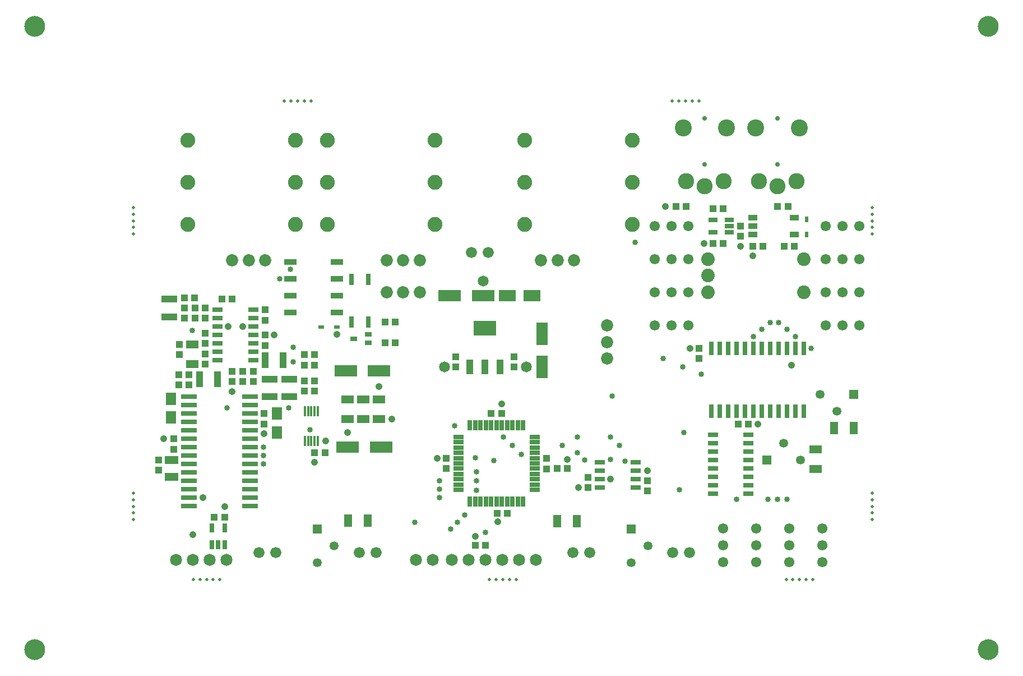
<source format=gts>
G04*
G04 #@! TF.GenerationSoftware,Altium Limited,Altium Designer,20.1.12 (249)*
G04*
G04 Layer_Color=8388736*
%FSLAX25Y25*%
%MOIN*%
G70*
G04*
G04 #@! TF.SameCoordinates,D8D71E58-3310-4BFB-9319-76A5BACEF4FC*
G04*
G04*
G04 #@! TF.FilePolarity,Negative*
G04*
G01*
G75*
%ADD10C,0.11811*%
%ADD50C,0.01968*%
%ADD63C,0.02756*%
%ADD75C,0.12402*%
%ADD76R,0.09646X0.04134*%
%ADD77R,0.04134X0.09646*%
%ADD78R,0.13189X0.06890*%
%ADD79R,0.04331X0.04134*%
%ADD80R,0.06299X0.02953*%
%ADD81R,0.04134X0.04331*%
%ADD82R,0.01772X0.06299*%
%ADD83R,0.08071X0.04921*%
%ADD84R,0.02953X0.06496*%
%ADD85R,0.06496X0.02953*%
%ADD86R,0.04213X0.04449*%
%ADD87R,0.09252X0.02953*%
%ADD88R,0.02953X0.08071*%
%ADD89R,0.02953X0.05315*%
%ADD90R,0.10433X0.07087*%
%ADD91R,0.06890X0.13189*%
%ADD92R,0.04134X0.09055*%
%ADD93R,0.13189X0.09055*%
%ADD94R,0.07677X0.03740*%
%ADD95R,0.04921X0.07480*%
%ADD96R,0.02953X0.06890*%
%ADD97R,0.04134X0.02756*%
%ADD98R,0.07480X0.04921*%
%ADD99R,0.05315X0.02953*%
%ADD100R,0.02165X0.03740*%
%ADD101R,0.05315X0.03740*%
%ADD102R,0.03740X0.02165*%
%ADD103R,0.05906X0.07677*%
%ADD104C,0.06102*%
%ADD105C,0.07284*%
%ADD106C,0.07191*%
%ADD107C,0.06591*%
%ADD108R,0.05315X0.05315*%
%ADD109C,0.05315*%
%ADD110R,0.05315X0.05315*%
%ADD111C,0.08859*%
%ADD112C,0.09587*%
%ADD113C,0.10114*%
%ADD114C,0.08071*%
%ADD115C,0.04134*%
%ADD116C,0.03347*%
%ADD117C,0.06496*%
D10*
X11811Y11811D02*
D03*
X578740D02*
D03*
Y381890D02*
D03*
X11811Y381890D02*
D03*
D50*
X394882Y337598D02*
D03*
X390945D02*
D03*
X398819D02*
D03*
X402756D02*
D03*
X406693D02*
D03*
X175984D02*
D03*
X172047D02*
D03*
X168110D02*
D03*
X160236D02*
D03*
X164173D02*
D03*
X474409Y53248D02*
D03*
X470472D02*
D03*
X466535D02*
D03*
X458661D02*
D03*
X462598D02*
D03*
X298031D02*
D03*
X294094D02*
D03*
X290157D02*
D03*
X282283D02*
D03*
X286220D02*
D03*
X110039D02*
D03*
X106102D02*
D03*
X113977D02*
D03*
X117914D02*
D03*
X121851D02*
D03*
X70472Y262598D02*
D03*
Y258661D02*
D03*
Y266536D02*
D03*
Y270473D02*
D03*
Y274410D02*
D03*
X509941Y262598D02*
D03*
Y258661D02*
D03*
Y266536D02*
D03*
Y270473D02*
D03*
Y274410D02*
D03*
Y92914D02*
D03*
Y88976D02*
D03*
Y96851D02*
D03*
Y100788D02*
D03*
Y104725D02*
D03*
X70472Y104725D02*
D03*
Y100788D02*
D03*
Y96851D02*
D03*
Y88976D02*
D03*
Y92914D02*
D03*
D63*
X410285Y327496D02*
D03*
Y299937D02*
D03*
X453592D02*
D03*
Y327496D02*
D03*
D75*
X11811Y11811D02*
D03*
X578740Y11811D02*
D03*
Y381890D02*
D03*
X11811Y381890D02*
D03*
D76*
X91781Y209484D02*
D03*
Y220114D02*
D03*
X163041Y161886D02*
D03*
Y172516D02*
D03*
X151328Y161886D02*
D03*
Y172516D02*
D03*
D77*
X148868Y183559D02*
D03*
X159498D02*
D03*
X120324Y172378D02*
D03*
X109694D02*
D03*
D78*
X217737Y132122D02*
D03*
X197883D02*
D03*
X258542Y222181D02*
D03*
X278395D02*
D03*
X216599Y177299D02*
D03*
X196746D02*
D03*
D79*
X129271Y171000D02*
D03*
Y177102D02*
D03*
X256545Y125528D02*
D03*
Y119425D02*
D03*
X296801Y179661D02*
D03*
Y185764D02*
D03*
X261958D02*
D03*
Y179661D02*
D03*
X113238Y214701D02*
D03*
Y208598D02*
D03*
X107037D02*
D03*
Y214701D02*
D03*
X100836Y214701D02*
D03*
Y208598D02*
D03*
X431584Y257221D02*
D03*
Y263323D02*
D03*
X406742Y190784D02*
D03*
Y184681D02*
D03*
X376230Y106040D02*
D03*
Y112142D02*
D03*
X340698Y114110D02*
D03*
Y108008D02*
D03*
X316289Y119130D02*
D03*
Y125232D02*
D03*
X148868Y213559D02*
D03*
Y207457D02*
D03*
Y198559D02*
D03*
Y192457D02*
D03*
X178233Y165272D02*
D03*
Y171374D02*
D03*
X172092D02*
D03*
Y165272D02*
D03*
X141673Y171000D02*
D03*
Y177102D02*
D03*
X148179Y151945D02*
D03*
Y145843D02*
D03*
X135472Y177102D02*
D03*
Y171000D02*
D03*
X94340Y136945D02*
D03*
Y130842D02*
D03*
X85482Y124346D02*
D03*
Y118244D02*
D03*
X103494Y175035D02*
D03*
Y168933D02*
D03*
X97293D02*
D03*
Y175035D02*
D03*
X113238Y181433D02*
D03*
Y187536D02*
D03*
Y193559D02*
D03*
Y199661D02*
D03*
X97687Y186945D02*
D03*
Y193047D02*
D03*
D80*
X120324Y213559D02*
D03*
Y208559D02*
D03*
Y203559D02*
D03*
Y198559D02*
D03*
Y193559D02*
D03*
Y188559D02*
D03*
Y183559D02*
D03*
X141781Y213559D02*
D03*
Y208559D02*
D03*
Y203559D02*
D03*
Y198559D02*
D03*
Y193559D02*
D03*
Y188559D02*
D03*
Y183559D02*
D03*
X436072Y104366D02*
D03*
Y109366D02*
D03*
Y114366D02*
D03*
Y119366D02*
D03*
Y124366D02*
D03*
Y129366D02*
D03*
Y134366D02*
D03*
Y139366D02*
D03*
X415009Y104366D02*
D03*
Y109366D02*
D03*
Y114366D02*
D03*
Y119366D02*
D03*
Y124366D02*
D03*
Y129366D02*
D03*
Y134366D02*
D03*
Y139366D02*
D03*
X369242Y107988D02*
D03*
Y112988D02*
D03*
Y117988D02*
D03*
Y122988D02*
D03*
X347785Y107988D02*
D03*
Y112988D02*
D03*
Y117988D02*
D03*
Y122988D02*
D03*
D81*
X118549Y90390D02*
D03*
X124651D02*
D03*
X184353Y128815D02*
D03*
X178251D02*
D03*
X289320Y152201D02*
D03*
X283218D02*
D03*
X123179Y220114D02*
D03*
X129281D02*
D03*
X106939Y220803D02*
D03*
X100836D02*
D03*
X220128Y206236D02*
D03*
X226230D02*
D03*
X220029Y193881D02*
D03*
X226132D02*
D03*
X399065Y275036D02*
D03*
X392962D02*
D03*
X415108Y273657D02*
D03*
X421210D02*
D03*
X421210Y253087D02*
D03*
X415108D02*
D03*
X453592Y275036D02*
D03*
X459694D02*
D03*
X438730Y251512D02*
D03*
X444832D02*
D03*
X457431Y251512D02*
D03*
X463533D02*
D03*
X436072Y145606D02*
D03*
X429970D02*
D03*
X286761Y92654D02*
D03*
X292864D02*
D03*
X279813Y73559D02*
D03*
X273710D02*
D03*
X178096Y180783D02*
D03*
X171994D02*
D03*
Y186984D02*
D03*
X178096D02*
D03*
D82*
X180219Y153382D02*
D03*
X178251D02*
D03*
X176282D02*
D03*
X174314D02*
D03*
X172345D02*
D03*
Y135862D02*
D03*
X174314D02*
D03*
X176282D02*
D03*
X178251D02*
D03*
X180219D02*
D03*
D83*
X93257Y124346D02*
D03*
Y114504D02*
D03*
D84*
X270620Y145016D02*
D03*
X273769D02*
D03*
X276919D02*
D03*
X280068D02*
D03*
X283218D02*
D03*
X286368D02*
D03*
X289517D02*
D03*
X292667D02*
D03*
X295816D02*
D03*
X298966D02*
D03*
X302116D02*
D03*
Y99740D02*
D03*
X298966D02*
D03*
X295816D02*
D03*
X292667D02*
D03*
X289517D02*
D03*
X286368D02*
D03*
X283218D02*
D03*
X280068D02*
D03*
X276919D02*
D03*
X273769D02*
D03*
X270620D02*
D03*
D85*
X309005Y138126D02*
D03*
Y134976D02*
D03*
Y131827D02*
D03*
Y128677D02*
D03*
Y125528D02*
D03*
Y122378D02*
D03*
Y119228D02*
D03*
Y116079D02*
D03*
Y112929D02*
D03*
Y109780D02*
D03*
Y106630D02*
D03*
X263730D02*
D03*
Y109780D02*
D03*
Y112929D02*
D03*
Y116079D02*
D03*
Y119228D02*
D03*
Y122378D02*
D03*
Y125528D02*
D03*
Y128677D02*
D03*
Y131827D02*
D03*
Y134976D02*
D03*
Y138126D02*
D03*
D86*
X328501Y119327D02*
D03*
X322391D02*
D03*
D87*
X103494Y161945D02*
D03*
Y156945D02*
D03*
Y151945D02*
D03*
Y146945D02*
D03*
Y141945D02*
D03*
Y136945D02*
D03*
Y131945D02*
D03*
Y126945D02*
D03*
Y121945D02*
D03*
Y116945D02*
D03*
Y111945D02*
D03*
Y106945D02*
D03*
Y101945D02*
D03*
Y96945D02*
D03*
X139714D02*
D03*
Y101945D02*
D03*
Y106945D02*
D03*
Y111945D02*
D03*
Y116945D02*
D03*
Y121945D02*
D03*
Y126945D02*
D03*
Y131945D02*
D03*
Y136945D02*
D03*
Y141945D02*
D03*
Y146945D02*
D03*
Y151945D02*
D03*
Y156945D02*
D03*
Y161945D02*
D03*
D88*
X414183Y153382D02*
D03*
X419183D02*
D03*
X424183D02*
D03*
X429183D02*
D03*
X434183D02*
D03*
X439183D02*
D03*
X444183D02*
D03*
X449183D02*
D03*
X454183D02*
D03*
X459183D02*
D03*
X464183D02*
D03*
X469183D02*
D03*
X414183Y190783D02*
D03*
X419183D02*
D03*
X424183D02*
D03*
X429183D02*
D03*
X434183D02*
D03*
X439183D02*
D03*
X444183D02*
D03*
X449183D02*
D03*
X454183D02*
D03*
X459183D02*
D03*
X464183D02*
D03*
X469183D02*
D03*
D89*
X117171Y83909D02*
D03*
X124651D02*
D03*
Y74067D02*
D03*
X120911D02*
D03*
X117171D02*
D03*
D90*
X307431Y222181D02*
D03*
X292667D02*
D03*
D91*
X313533Y179661D02*
D03*
Y199515D02*
D03*
D92*
X279380Y179661D02*
D03*
X288435D02*
D03*
X270324D02*
D03*
D93*
X279380Y202693D02*
D03*
D94*
X163773Y211906D02*
D03*
Y221905D02*
D03*
Y241905D02*
D03*
Y231906D02*
D03*
X191332D02*
D03*
Y241905D02*
D03*
Y221905D02*
D03*
Y211906D02*
D03*
D95*
X322352Y87880D02*
D03*
X333966D02*
D03*
X209891Y88323D02*
D03*
X198277D02*
D03*
X487214Y143441D02*
D03*
X498828D02*
D03*
D96*
X200167Y206236D02*
D03*
X210167D02*
D03*
X200167Y231827D02*
D03*
X210167D02*
D03*
D97*
X201309Y196440D02*
D03*
X210167Y198999D02*
D03*
Y193881D02*
D03*
D98*
X216599Y160469D02*
D03*
Y148854D02*
D03*
X207214Y160469D02*
D03*
Y148854D02*
D03*
X197883Y160469D02*
D03*
Y148854D02*
D03*
X476033Y130744D02*
D03*
Y119130D02*
D03*
X105475Y193047D02*
D03*
Y181433D02*
D03*
D99*
X415108Y259583D02*
D03*
Y267063D02*
D03*
X424950D02*
D03*
Y263323D02*
D03*
Y259583D02*
D03*
D100*
X470915Y267358D02*
D03*
Y258303D02*
D03*
D101*
X438730Y258323D02*
D03*
Y263323D02*
D03*
Y268323D02*
D03*
X463533Y258323D02*
D03*
Y268323D02*
D03*
D102*
X191332Y203284D02*
D03*
X182277D02*
D03*
D103*
X155954Y140842D02*
D03*
Y151945D02*
D03*
X92765Y160843D02*
D03*
Y149740D02*
D03*
D104*
X380600Y204465D02*
D03*
X390600D02*
D03*
X400600D02*
D03*
X380600Y224150D02*
D03*
X390600D02*
D03*
X400600D02*
D03*
X380443Y243835D02*
D03*
X390442D02*
D03*
X400443D02*
D03*
X380600Y263520D02*
D03*
X390600D02*
D03*
X400600D02*
D03*
X501978Y263520D02*
D03*
X491978D02*
D03*
X481978D02*
D03*
X480167Y83559D02*
D03*
Y73559D02*
D03*
Y63559D02*
D03*
X501978Y243835D02*
D03*
X491978D02*
D03*
X481978D02*
D03*
X460482Y83559D02*
D03*
Y73559D02*
D03*
Y63559D02*
D03*
X501978Y224150D02*
D03*
X491978D02*
D03*
X481978D02*
D03*
X440797Y83559D02*
D03*
Y73559D02*
D03*
Y63559D02*
D03*
X501978Y204465D02*
D03*
X491978D02*
D03*
X481978D02*
D03*
X421112Y83559D02*
D03*
Y73559D02*
D03*
Y63559D02*
D03*
D105*
X129183Y243047D02*
D03*
X139025D02*
D03*
X148868D02*
D03*
X240797Y223953D02*
D03*
X230954D02*
D03*
X221112D02*
D03*
X352214Y184583D02*
D03*
Y194425D02*
D03*
Y204268D02*
D03*
X221112Y243047D02*
D03*
X230954D02*
D03*
X240797D02*
D03*
X312844D02*
D03*
X322687D02*
D03*
X332529D02*
D03*
D106*
X248474Y64996D02*
D03*
X238474D02*
D03*
X125935Y65095D02*
D03*
X115935D02*
D03*
X95935D02*
D03*
X105935D02*
D03*
X279813Y64996D02*
D03*
X289813D02*
D03*
X309813D02*
D03*
X299813D02*
D03*
X269813D02*
D03*
X259813D02*
D03*
D107*
X401210Y69327D02*
D03*
X391210D02*
D03*
X341938D02*
D03*
X331939D02*
D03*
X214773Y69425D02*
D03*
X204773D02*
D03*
X281545Y247772D02*
D03*
X271545D02*
D03*
X155049Y69425D02*
D03*
X145049D02*
D03*
D108*
X366584Y83239D02*
D03*
X179862Y83239D02*
D03*
D109*
X376584Y73239D02*
D03*
X366584Y63239D02*
D03*
X488828Y153480D02*
D03*
X478828Y163480D02*
D03*
X457037Y134366D02*
D03*
X467037Y124366D02*
D03*
X189862Y73239D02*
D03*
X179862Y63239D02*
D03*
D110*
X498828Y163480D02*
D03*
X447037Y124366D02*
D03*
D111*
X249774Y264504D02*
D03*
X185876D02*
D03*
X249774Y314504D02*
D03*
X185876D02*
D03*
X249774Y289504D02*
D03*
X185876D02*
D03*
X166644Y264504D02*
D03*
X102745D02*
D03*
X166644Y314504D02*
D03*
X102745D02*
D03*
X166644Y289504D02*
D03*
X102745D02*
D03*
X366978Y264504D02*
D03*
X303080D02*
D03*
X366978Y314504D02*
D03*
X303080D02*
D03*
X366978Y289504D02*
D03*
X303080D02*
D03*
D112*
X410285Y286945D02*
D03*
X399065Y290094D02*
D03*
X421505D02*
D03*
X464813D02*
D03*
X442372D02*
D03*
X453592Y286945D02*
D03*
D113*
X397293Y321591D02*
D03*
X423277D02*
D03*
X466584D02*
D03*
X440600D02*
D03*
D114*
X469143Y243835D02*
D03*
Y224150D02*
D03*
X412057Y233992D02*
D03*
Y243835D02*
D03*
Y224150D02*
D03*
D115*
X461663Y180744D02*
D03*
X148179Y140094D02*
D03*
X88336Y136945D02*
D03*
X111860Y101945D02*
D03*
X124651Y96591D02*
D03*
X105935Y80154D02*
D03*
X197883Y140842D02*
D03*
X224261Y148854D02*
D03*
X216599Y167880D02*
D03*
X178251Y122969D02*
D03*
X184793Y135862D02*
D03*
X126722Y203559D02*
D03*
X135383D02*
D03*
X129183Y165075D02*
D03*
X273710Y79169D02*
D03*
X191332Y198953D02*
D03*
X441781Y145606D02*
D03*
X386663Y275036D02*
D03*
X438670Y245606D02*
D03*
X431524Y251512D02*
D03*
X409634Y253087D02*
D03*
X251132Y125528D02*
D03*
X289320Y157614D02*
D03*
X154281Y198559D02*
D03*
X401343Y190784D02*
D03*
X287253Y87732D02*
D03*
X376226Y117988D02*
D03*
X328501Y124642D02*
D03*
X354179Y112988D02*
D03*
X335236Y107983D02*
D03*
D116*
X162647Y155234D02*
D03*
X125987D02*
D03*
X165403Y191374D02*
D03*
Y182614D02*
D03*
X252411Y111965D02*
D03*
X261479Y144720D02*
D03*
X175340Y142260D02*
D03*
X147765Y121945D02*
D03*
Y126945D02*
D03*
Y131945D02*
D03*
X252515Y101945D02*
D03*
X252411Y106945D02*
D03*
X354179Y138028D02*
D03*
X237844Y87339D02*
D03*
X279813Y81354D02*
D03*
X284695Y123959D02*
D03*
X359561Y133034D02*
D03*
X354179Y124833D02*
D03*
X362844Y123754D02*
D03*
X325427Y133034D02*
D03*
X295817D02*
D03*
X301033Y127688D02*
D03*
X338828Y124366D02*
D03*
X334505Y128677D02*
D03*
Y138028D02*
D03*
X274400Y106236D02*
D03*
Y111965D02*
D03*
X290502Y138028D02*
D03*
X163773Y237757D02*
D03*
X157578Y231920D02*
D03*
X459183Y100921D02*
D03*
X453592D02*
D03*
X447687D02*
D03*
X429183D02*
D03*
X368946Y253677D02*
D03*
X397717Y140685D02*
D03*
X105475Y201394D02*
D03*
X394979Y106630D02*
D03*
X263135Y87536D02*
D03*
X267352Y91866D02*
D03*
X259014Y83264D02*
D03*
X408113Y175331D02*
D03*
X385496Y184864D02*
D03*
X396998Y179760D02*
D03*
X449183Y206039D02*
D03*
X444183Y202004D02*
D03*
X439124Y197870D02*
D03*
X454183Y206039D02*
D03*
X459183Y202004D02*
D03*
X464183Y197870D02*
D03*
X473553Y190784D02*
D03*
X274400Y117457D02*
D03*
X273769Y125862D02*
D03*
X355265Y162437D02*
D03*
D117*
X278395Y230843D02*
D03*
X255561Y179661D02*
D03*
X303986Y179661D02*
D03*
M02*

</source>
